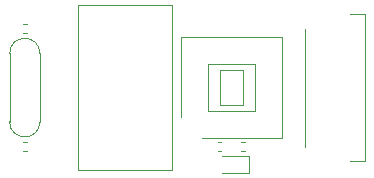
<source format=gbr>
%TF.GenerationSoftware,KiCad,Pcbnew,(5.1.12-1-10_14)*%
%TF.CreationDate,2022-08-29T02:47:29+08:00*%
%TF.ProjectId,0102_USB-C,30313032-5f55-4534-922d-432e6b696361,rev?*%
%TF.SameCoordinates,Original*%
%TF.FileFunction,Legend,Top*%
%TF.FilePolarity,Positive*%
%FSLAX46Y46*%
G04 Gerber Fmt 4.6, Leading zero omitted, Abs format (unit mm)*
G04 Created by KiCad (PCBNEW (5.1.12-1-10_14)) date 2022-08-29 02:47:29*
%MOMM*%
%LPD*%
G01*
G04 APERTURE LIST*
%ADD10C,0.120000*%
G04 APERTURE END LIST*
D10*
X14300000Y19300000D02*
X22300000Y19300000D01*
X14300000Y5300000D02*
X14300000Y19300000D01*
X22300000Y5300000D02*
X14300000Y5300000D01*
X22300000Y19300000D02*
X22300000Y5300000D01*
%TO.C,J2*%
X37300000Y18550000D02*
X38610000Y18550000D01*
X33490000Y7300000D02*
X33490000Y17300000D01*
X38610000Y6050000D02*
X37300000Y6050000D01*
X38610000Y18550000D02*
X38610000Y6050000D01*
%TO.C,R4*%
X9646359Y16920000D02*
X9953641Y16920000D01*
X9646359Y17680000D02*
X9953641Y17680000D01*
%TO.C,R3*%
X9953641Y7680000D02*
X9646359Y7680000D01*
X9953641Y6920000D02*
X9646359Y6920000D01*
%TO.C,SW1*%
X23050000Y16550000D02*
X23050000Y9800000D01*
X31550000Y16550000D02*
X23050000Y16550000D01*
X31550000Y8050000D02*
X31550000Y16550000D01*
X24800000Y8050000D02*
X31550000Y8050000D01*
X26300000Y13800000D02*
X26300000Y10800000D01*
X28300000Y13800000D02*
X26300000Y13800000D01*
X28300000Y10800000D02*
X28300000Y13800000D01*
X26300000Y10800000D02*
X28300000Y10800000D01*
X25300000Y14300000D02*
X25300000Y10300000D01*
X29300000Y14300000D02*
X25300000Y14300000D01*
X29300000Y10300000D02*
X29300000Y14300000D01*
X25300000Y10300000D02*
X29300000Y10300000D01*
%TO.C,J1*%
X11080000Y9410000D02*
X11080000Y15190000D01*
X8520000Y9410000D02*
X8520000Y15190000D01*
X11080000Y9410000D02*
G75*
G02*
X8520000Y9410000I-1280000J0D01*
G01*
X8520000Y15190000D02*
G75*
G02*
X11080000Y15190000I1280000J0D01*
G01*
%TO.C,R2*%
X26453641Y7680000D02*
X26146359Y7680000D01*
X26453641Y6920000D02*
X26146359Y6920000D01*
%TO.C,R1*%
X28453641Y7680000D02*
X28146359Y7680000D01*
X28453641Y6920000D02*
X28146359Y6920000D01*
%TO.C,D1*%
X28785000Y6535000D02*
X26500000Y6535000D01*
X28785000Y5065000D02*
X28785000Y6535000D01*
X26500000Y5065000D02*
X28785000Y5065000D01*
%TD*%
M02*

</source>
